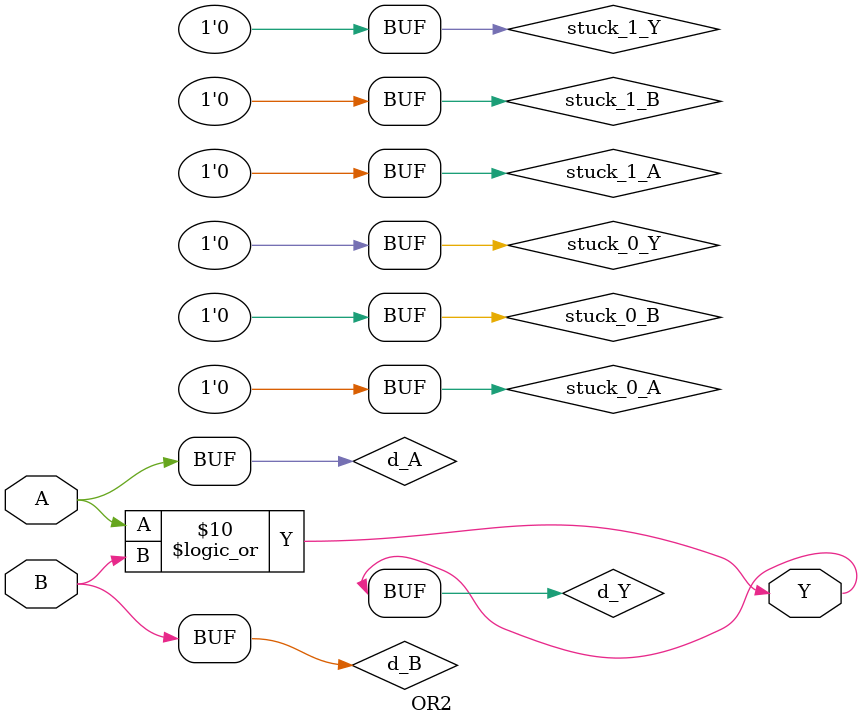
<source format=v>
module OR2 (input A, output Y, input B);
`ifdef REGISTER
initial begin
   $display("register  %m.stuck_0_A input");
   $display("register  %m.stuck_1_A input");
   $display("register  %m.stuck_0_Y output");
   $display("register  %m.stuck_1_Y output");
   $display("register  %m.stuck_0_B input");
   $display("register  %m.stuck_1_B input");
end
`endif
reg stuck_0_A; initial stuck_0_A=0;
reg stuck_1_A; initial stuck_1_A=0;
wire d_A = stuck_1_A ? 1 : stuck_0_A ? 0 : A;
reg stuck_0_Y; initial stuck_0_Y=0;
reg stuck_1_Y; initial stuck_1_Y=0;
wire d_Y;
assign Y = stuck_1_Y ? 1 : stuck_0_Y ? 0 : d_Y;
reg stuck_0_B; initial stuck_0_B=0;
reg stuck_1_B; initial stuck_1_B=0;
wire d_B = stuck_1_B ? 1 : stuck_0_B ? 0 : B;
assign d_Y = d_A || d_B;
endmodule

</source>
